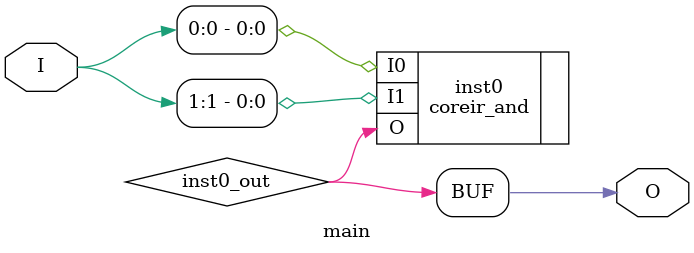
<source format=v>
module main (input [1:0] I, output  O);
wire  inst0_out;
coreir_and inst0 (.I0(I[0]), .I1(I[1]), .O(inst0_out));
assign O = inst0_out;
endmodule


</source>
